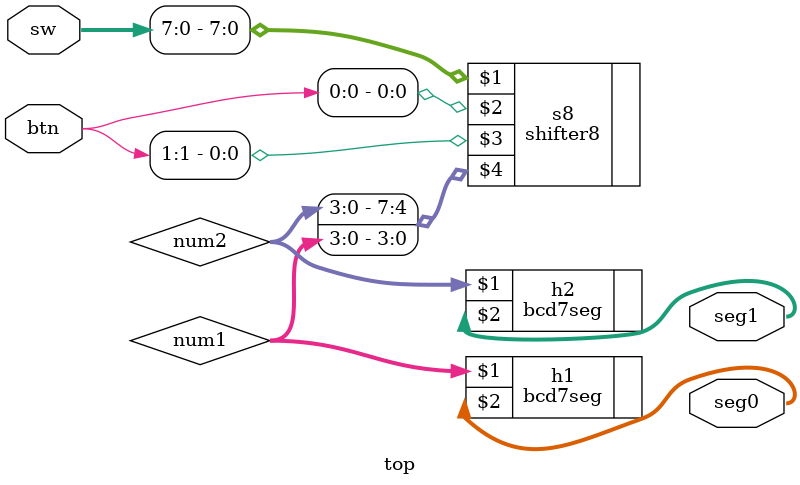
<source format=v>
module top(
    input [15:0] sw,
    input [1:0] btn,
    output [7:0] seg0,
    output [7:0] seg1
);
    reg [3:0] num1,num2;
    shifter8 s8 (sw[7:0],btn[0],btn[1],{num2,num1});
    bcd7seg h1(num1,seg0);
    bcd7seg h2(num2,seg1);
endmodule

</source>
